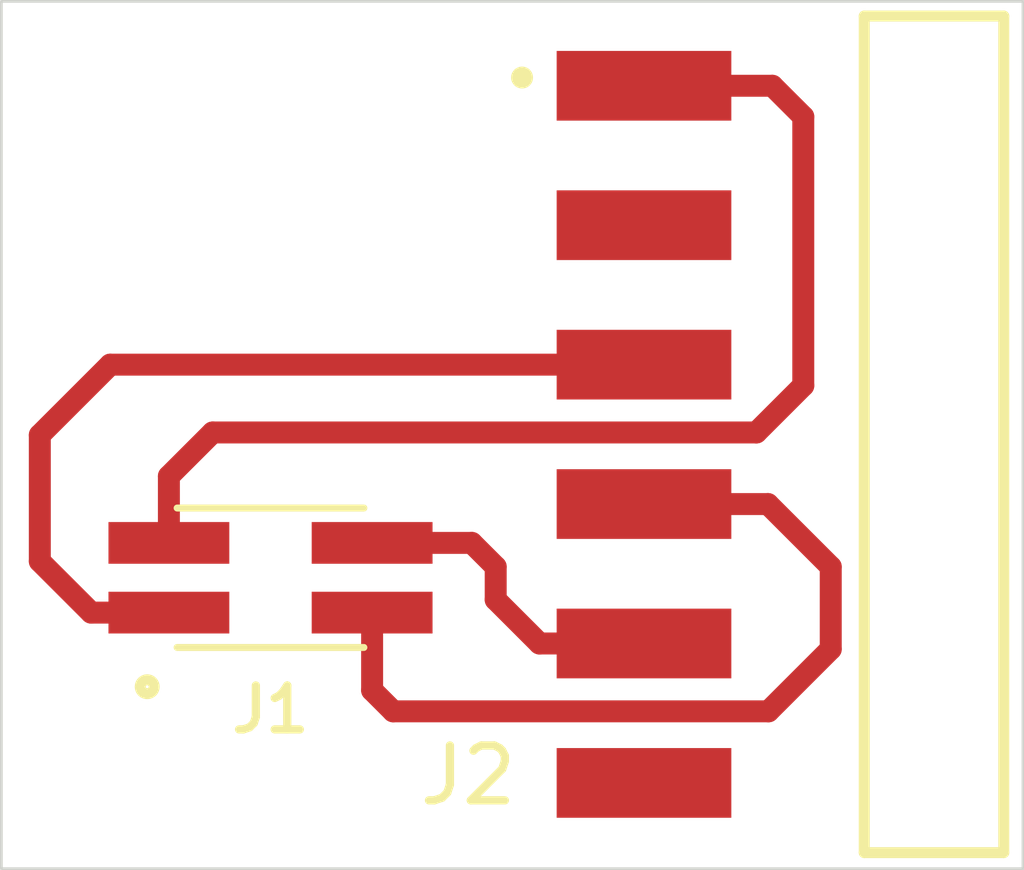
<source format=kicad_pcb>
(kicad_pcb (version 20241229) (generator "pcbnew") (generator_version "9.0")
  (layers (0 "F.Cu" signal) (2 "B.Cu" signal) (13 "F.Paste" user) (15 "B.Paste" user) (5 "F.SilkS" user "F.Silkscreen") (7 "B.SilkS" user "B.Silkscreen") (1 "F.Mask" user) (3 "B.Mask" user) (25 "Edge.Cuts" user))
  (net 0 "")
  (net 1 "GND")
  (net 2 "TX")
  (net 3 "RX")
  (net 4 "CTS")
  (net 5 "RTS")
  (net 6 "5V")
  (footprint "Neil:right angle header 6 pins" (layer "F.Cu") (at 136.68 96.0875 -90)
    (property "Reference" "J2" (at 6.2125 8.48 180) (layer "F.SilkS"))
    (property "Value" "FTDI" (hide yes))
    (fp_line (start -7.62 1.27) (end -7.62 -1.27) (stroke (width 0.2)) (layer "F.SilkS"))
    (fp_line (start 7.62 1.27) (end -7.62 1.27) (stroke (width 0.2)) (layer "F.SilkS"))
    (fp_line (start 7.62 -1.27) (end 7.62 1.27) (stroke (width 0.2)) (layer "F.SilkS"))
    (fp_line (start 7.62 -1.27) (end -7.62 -1.27) (stroke (width 0.2)) (layer "F.SilkS"))
    (fp_circle (center -6.5 7.5) (end -6.4 7.5) (stroke (width 0.2)) (fill no) (layer "F.SilkS"))
    (pad "01" smd rect (at -6.35 5.28 270) (size 1.27 3.18) (layers "F.Cu" "F.Mask" "F.Paste") (net 1 "GND"))
    (pad "02" smd rect (at -3.81 5.28 270) (size 1.27 3.18) (layers "F.Cu" "F.Mask" "F.Paste") (net 4 "CTS"))
    (pad "03" smd rect (at -1.27 5.28 270) (size 1.27 3.18) (layers "F.Cu" "F.Mask" "F.Paste") (net 6 "5V"))
    (pad "04" smd rect (at 1.27 5.28 270) (size 1.27 3.18) (layers "F.Cu" "F.Mask" "F.Paste") (net 2 "TX"))
    (pad "05" smd rect (at 3.81 5.28 270) (size 1.27 3.18) (layers "F.Cu" "F.Mask" "F.Paste") (net 3 "RX"))
    (pad "06" smd rect (at 6.35 5.28 270) (size 1.27 3.18) (layers "F.Cu" "F.Mask" "F.Paste") (net 5 "RTS"))
  )
  (footprint "Neil:2x2x0.5 header" (layer "F.Cu") (at 124.6 98.7 90)
    (property "Reference" "J1" (at -2.4 0 0) (layer "F.SilkS") (effects (font (size 0.800567 0.800567))))
    (property "Value" "serial" (hide yes))
    (fp_line (start 1.27 1.7) (end 1.27 -1.7) (stroke (width 0.127)) (layer "F.SilkS"))
    (fp_line (start -1.27 1.7) (end -1.27 -1.7) (stroke (width 0.127)) (layer "F.SilkS"))
    (fp_circle (center -1.985 -2.245) (end -1.858 -2.245) (stroke (width 0.2)) (fill no) (layer "F.SilkS"))
    (pad "1" smd rect (at -0.635 -1.85 90) (size 0.76 2.2) (layers "F.Cu" "F.Mask" "F.Paste") (net 6 "5V"))
    (pad "2" smd rect (at -0.635 1.85 90) (size 0.76 2.2) (layers "F.Cu" "F.Mask" "F.Paste") (net 2 "TX"))
    (pad "3" smd rect (at 0.635 -1.85 90) (size 0.76 2.2) (layers "F.Cu" "F.Mask" "F.Paste") (net 1 "GND"))
    (pad "4" smd rect (at 0.635 1.85 90) (size 0.76 2.2) (layers "F.Cu" "F.Mask" "F.Paste") (net 3 "RX"))
  )
  (gr_rect (start 119.7 88.2) (end 138.3 104) (stroke (width 0.05)) (fill no) (layer "Edge.Cuts"))
  (segment (start 122.75 96.85) (end 123.5465 96.0535) (width 0.4) (layer "F.Cu") (net 1))
  (segment (start 134.3 95.2) (end 134.3 90.3) (width 0.4) (layer "F.Cu") (net 1))
  (segment (start 123.5465 96.0535) (end 133.4465 96.0535) (width 0.4) (layer "F.Cu") (net 1))
  (segment (start 133.4465 96.0535) (end 134.3 95.2) (width 0.4) (layer "F.Cu") (net 1))
  (segment (start 122.75 98.065) (end 122.75 96.85) (width 0.4) (layer "F.Cu") (net 1))
  (segment (start 134.3 90.3) (end 133.7375 89.7375) (width 0.4) (layer "F.Cu") (net 1))
  (segment (start 133.7375 89.7375) (end 131.4 89.7375) (width 0.4) (layer "F.Cu") (net 1))
  (segment (start 126.45 100.75) (end 126.8335 101.1335) (width 0.4) (layer "F.Cu") (net 2))
  (segment (start 126.45 99.335) (end 126.45 100.75) (width 0.4) (layer "F.Cu") (net 2))
  (segment (start 134.8 100) (end 134.8 98.5) (width 0.4) (layer "F.Cu") (net 2))
  (segment (start 134.8 98.5) (end 133.6575 97.3575) (width 0.4) (layer "F.Cu") (net 2))
  (segment (start 133.6575 97.3575) (end 131.4 97.3575) (width 0.4) (layer "F.Cu") (net 2))
  (segment (start 126.8335 101.1335) (end 133.6665 101.1335) (width 0.4) (layer "F.Cu") (net 2))
  (segment (start 133.6665 101.1335) (end 134.8 100) (width 0.4) (layer "F.Cu") (net 2))
  (segment (start 131.4 99.8975) (end 129.4975 99.8975) (width 0.4) (layer "F.Cu") (net 3))
  (segment (start 128.7 98.5) (end 128.265 98.065) (width 0.4) (layer "F.Cu") (net 3))
  (segment (start 129.4975 99.8975) (end 128.7 99.1) (width 0.4) (layer "F.Cu") (net 3))
  (segment (start 128.265 98.065) (end 126.45 98.065) (width 0.4) (layer "F.Cu") (net 3))
  (segment (start 128.7 99.1) (end 128.7 98.5) (width 0.4) (layer "F.Cu") (net 3))
  (segment (start 122.75 99.335) (end 121.335 99.335) (width 0.4) (layer "F.Cu") (net 6))
  (segment (start 120.4 96.1) (end 121.6825 94.8175) (width 0.4) (layer "F.Cu") (net 6))
  (segment (start 121.6825 94.8175) (end 131.4 94.8175) (width 0.4) (layer "F.Cu") (net 6))
  (segment (start 121.335 99.335) (end 120.4 98.4) (width 0.4) (layer "F.Cu") (net 6))
  (segment (start 120.4 98.4) (end 120.4 96.1) (width 0.4) (layer "F.Cu") (net 6))
)
</source>
